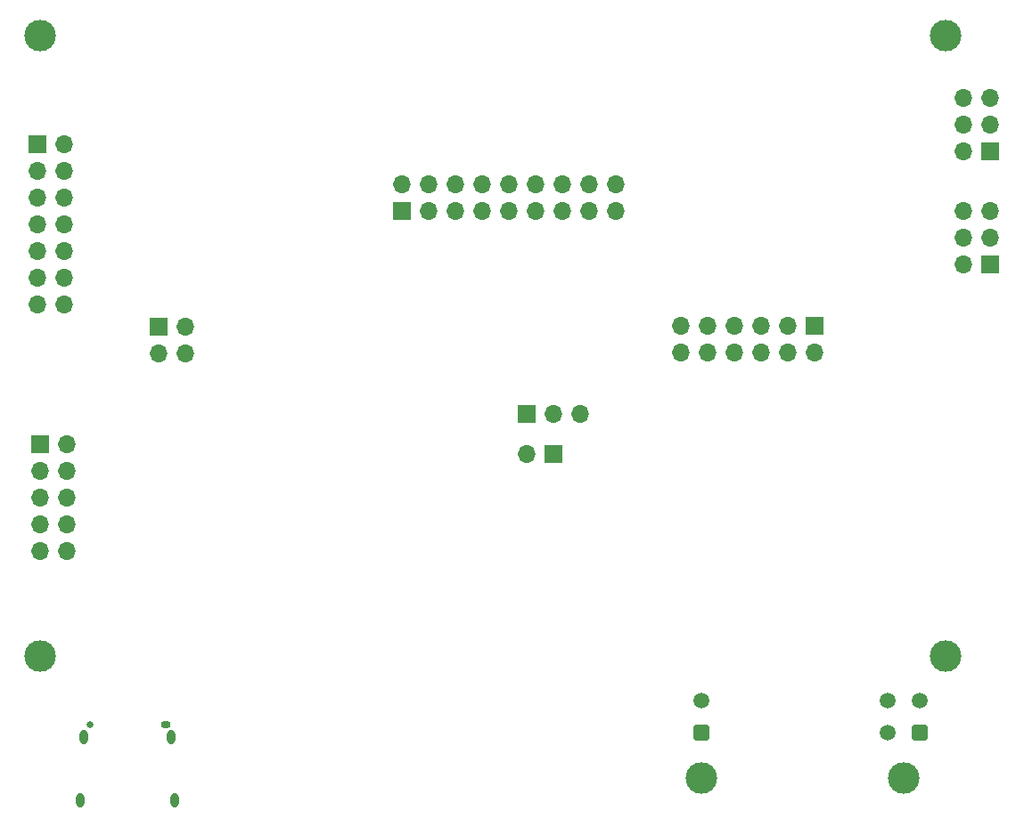
<source format=gbs>
%TF.GenerationSoftware,KiCad,Pcbnew,(6.0.9-0)*%
%TF.CreationDate,2023-01-03T00:22:42+08:00*%
%TF.ProjectId,pippino_board,70697070-696e-46f5-9f62-6f6172642e6b,rev?*%
%TF.SameCoordinates,Original*%
%TF.FileFunction,Soldermask,Bot*%
%TF.FilePolarity,Negative*%
%FSLAX46Y46*%
G04 Gerber Fmt 4.6, Leading zero omitted, Abs format (unit mm)*
G04 Created by KiCad (PCBNEW (6.0.9-0)) date 2023-01-03 00:22:42*
%MOMM*%
%LPD*%
G01*
G04 APERTURE LIST*
G04 Aperture macros list*
%AMRoundRect*
0 Rectangle with rounded corners*
0 $1 Rounding radius*
0 $2 $3 $4 $5 $6 $7 $8 $9 X,Y pos of 4 corners*
0 Add a 4 corners polygon primitive as box body*
4,1,4,$2,$3,$4,$5,$6,$7,$8,$9,$2,$3,0*
0 Add four circle primitives for the rounded corners*
1,1,$1+$1,$2,$3*
1,1,$1+$1,$4,$5*
1,1,$1+$1,$6,$7*
1,1,$1+$1,$8,$9*
0 Add four rect primitives between the rounded corners*
20,1,$1+$1,$2,$3,$4,$5,0*
20,1,$1+$1,$4,$5,$6,$7,0*
20,1,$1+$1,$6,$7,$8,$9,0*
20,1,$1+$1,$8,$9,$2,$3,0*%
G04 Aperture macros list end*
%ADD10C,3.000000*%
%ADD11RoundRect,0.250001X0.499999X0.499999X-0.499999X0.499999X-0.499999X-0.499999X0.499999X-0.499999X0*%
%ADD12C,1.500000*%
%ADD13R,1.700000X1.700000*%
%ADD14O,1.700000X1.700000*%
%ADD15C,0.650000*%
%ADD16O,0.950000X0.650000*%
%ADD17O,0.800000X1.400000*%
G04 APERTURE END LIST*
D10*
X190000000Y-84000000D03*
X104000000Y-84000000D03*
X186050000Y-154620000D03*
D11*
X187550000Y-150300000D03*
D12*
X184550000Y-150300000D03*
X187550000Y-147300000D03*
X184550000Y-147300000D03*
D13*
X177600000Y-111625000D03*
D14*
X177600000Y-114165000D03*
X175060000Y-111625000D03*
X175060000Y-114165000D03*
X172520000Y-111625000D03*
X172520000Y-114165000D03*
X169980000Y-111625000D03*
X169980000Y-114165000D03*
X167440000Y-111625000D03*
X167440000Y-114165000D03*
X164900000Y-111625000D03*
X164900000Y-114165000D03*
D10*
X166808000Y-154620000D03*
D11*
X166808000Y-150300000D03*
D12*
X166808000Y-147300000D03*
D10*
X190000000Y-143000000D03*
X104000000Y-143000000D03*
D13*
X104000000Y-122920000D03*
D14*
X106540000Y-122920000D03*
X104000000Y-125460000D03*
X106540000Y-125460000D03*
X104000000Y-128000000D03*
X106540000Y-128000000D03*
X104000000Y-130540000D03*
X106540000Y-130540000D03*
X104000000Y-133080000D03*
X106540000Y-133080000D03*
D13*
X150225000Y-120000000D03*
D14*
X152765000Y-120000000D03*
X155305000Y-120000000D03*
D13*
X138340000Y-100725000D03*
D14*
X138340000Y-98185000D03*
X140880000Y-100725000D03*
X140880000Y-98185000D03*
X143420000Y-100725000D03*
X143420000Y-98185000D03*
X145960000Y-100725000D03*
X145960000Y-98185000D03*
X148500000Y-100725000D03*
X148500000Y-98185000D03*
X151040000Y-100725000D03*
X151040000Y-98185000D03*
X153580000Y-100725000D03*
X153580000Y-98185000D03*
X156120000Y-100725000D03*
X156120000Y-98185000D03*
X158660000Y-100725000D03*
X158660000Y-98185000D03*
D13*
X194275000Y-105800000D03*
D14*
X191735000Y-105800000D03*
X194275000Y-103260000D03*
X191735000Y-103260000D03*
X194275000Y-100720000D03*
X191735000Y-100720000D03*
D13*
X115250000Y-111750000D03*
D14*
X117790000Y-111750000D03*
X115250000Y-114290000D03*
X117790000Y-114290000D03*
D15*
X108698000Y-149524000D03*
D16*
X115898000Y-149524000D03*
D17*
X116788000Y-156724000D03*
X107808000Y-156724000D03*
X108168000Y-150774000D03*
X116428000Y-150774000D03*
D13*
X194275000Y-95025000D03*
D14*
X191735000Y-95025000D03*
X194275000Y-92485000D03*
X191735000Y-92485000D03*
X194275000Y-89945000D03*
X191735000Y-89945000D03*
D13*
X103725000Y-94375000D03*
D14*
X106265000Y-94375000D03*
X103725000Y-96915000D03*
X106265000Y-96915000D03*
X103725000Y-99455000D03*
X106265000Y-99455000D03*
X103725000Y-101995000D03*
X106265000Y-101995000D03*
X103725000Y-104535000D03*
X106265000Y-104535000D03*
X103725000Y-107075000D03*
X106265000Y-107075000D03*
X103725000Y-109615000D03*
X106265000Y-109615000D03*
D13*
X152750000Y-123810000D03*
D14*
X150210000Y-123810000D03*
M02*

</source>
